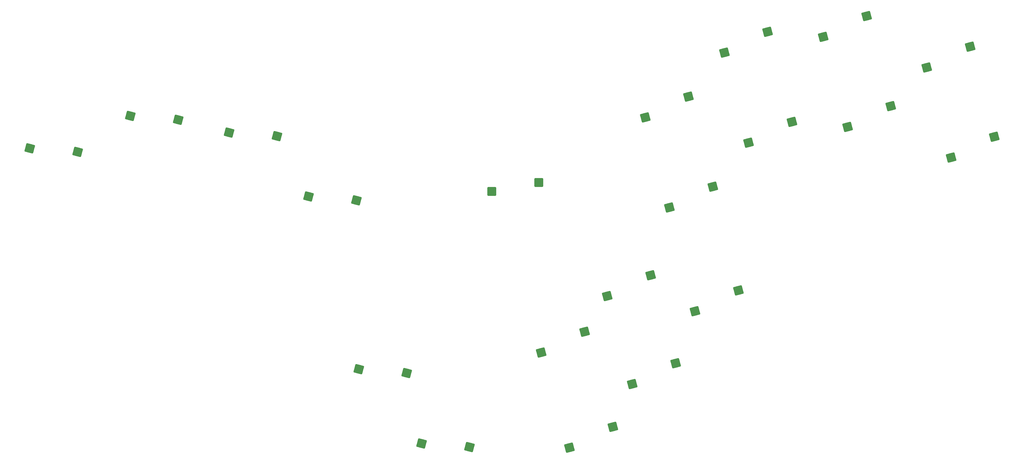
<source format=gbp>
G04 #@! TF.GenerationSoftware,KiCad,Pcbnew,(7.0.0)*
G04 #@! TF.CreationDate,2023-03-16T13:51:01-07:00*
G04 #@! TF.ProjectId,OpenRectangle,4f70656e-5265-4637-9461-6e676c652e6b,rev?*
G04 #@! TF.SameCoordinates,Original*
G04 #@! TF.FileFunction,Paste,Bot*
G04 #@! TF.FilePolarity,Positive*
%FSLAX46Y46*%
G04 Gerber Fmt 4.6, Leading zero omitted, Abs format (unit mm)*
G04 Created by KiCad (PCBNEW (7.0.0)) date 2023-03-16 13:51:01*
%MOMM*%
%LPD*%
G01*
G04 APERTURE LIST*
G04 Aperture macros list*
%AMRoundRect*
0 Rectangle with rounded corners*
0 $1 Rounding radius*
0 $2 $3 $4 $5 $6 $7 $8 $9 X,Y pos of 4 corners*
0 Add a 4 corners polygon primitive as box body*
4,1,4,$2,$3,$4,$5,$6,$7,$8,$9,$2,$3,0*
0 Add four circle primitives for the rounded corners*
1,1,$1+$1,$2,$3*
1,1,$1+$1,$4,$5*
1,1,$1+$1,$6,$7*
1,1,$1+$1,$8,$9*
0 Add four rect primitives between the rounded corners*
20,1,$1+$1,$2,$3,$4,$5,0*
20,1,$1+$1,$4,$5,$6,$7,0*
20,1,$1+$1,$6,$7,$8,$9,0*
20,1,$1+$1,$8,$9,$2,$3,0*%
G04 Aperture macros list end*
%ADD10RoundRect,0.250000X1.248893X0.700636X-0.731255X1.231215X-1.248893X-0.700636X0.731255X-1.231215X0*%
%ADD11RoundRect,0.250000X0.731255X1.231215X-1.248893X0.700636X-0.731255X-1.231215X1.248893X-0.700636X0*%
%ADD12RoundRect,0.250000X1.025000X1.000000X-1.025000X1.000000X-1.025000X-1.000000X1.025000X-1.000000X0*%
G04 APERTURE END LIST*
D10*
X59744163Y-66513762D03*
X73393266Y-67541427D03*
D11*
X234920618Y-57676584D03*
X247254920Y-51742016D03*
X241816353Y-83344830D03*
X254150655Y-77410262D03*
D12*
X191218500Y-78786866D03*
X204668500Y-76246866D03*
D11*
X205309568Y-124664895D03*
X217643870Y-118730327D03*
D10*
X88382295Y-57309219D03*
X102031398Y-58336884D03*
D11*
X249108509Y-112929004D03*
X261442811Y-106994436D03*
D10*
X139099721Y-80254703D03*
X152748824Y-81282368D03*
D11*
X257430245Y-39225974D03*
X269764547Y-33291406D03*
D10*
X116477628Y-62015178D03*
X130126731Y-63042843D03*
D11*
X213380840Y-151787292D03*
X225715142Y-145852724D03*
D10*
X171259489Y-150549026D03*
X184908592Y-151576691D03*
X153425881Y-129445256D03*
X167074984Y-130472921D03*
D11*
X292485053Y-60430002D03*
X304819355Y-54495434D03*
X315068954Y-43463364D03*
X327403256Y-37528796D03*
X231213223Y-133682814D03*
X243547525Y-127748246D03*
X264326239Y-64895186D03*
X276660541Y-58960618D03*
X321964948Y-69132576D03*
X334299250Y-63198008D03*
X285589059Y-34760790D03*
X297923361Y-28826222D03*
X224141951Y-108560417D03*
X236476253Y-102625849D03*
M02*

</source>
